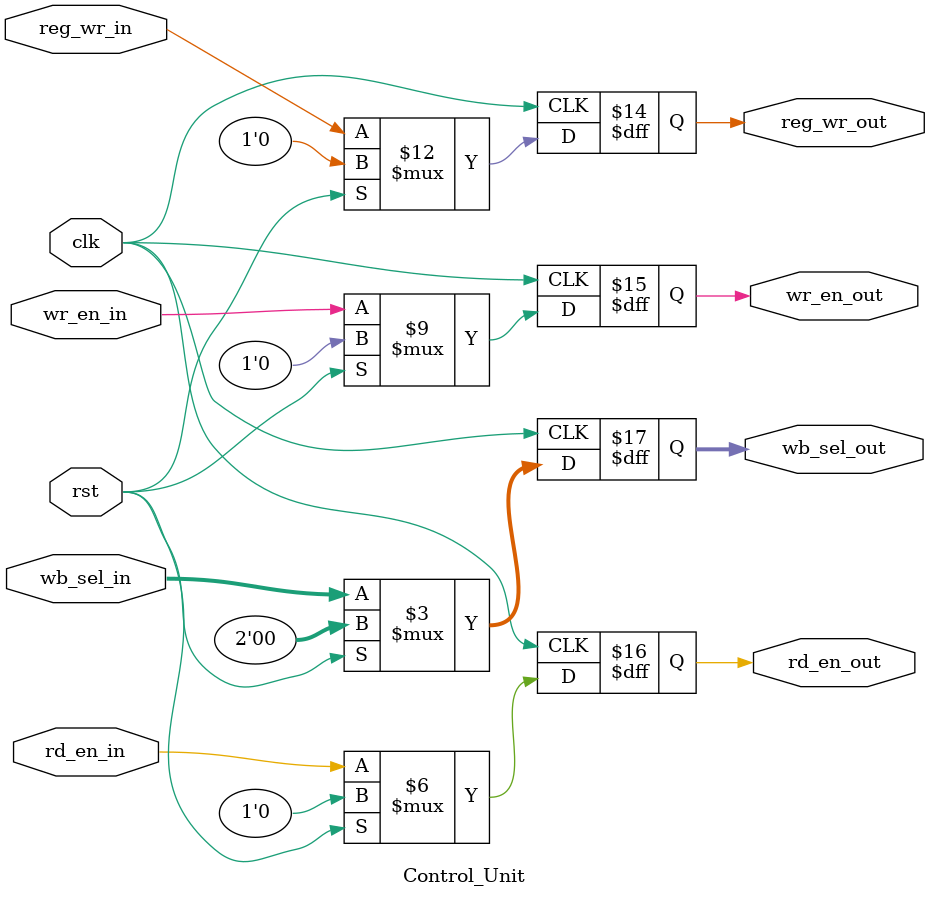
<source format=sv>
module Control_Unit(
	input logic clk, rst,
	input logic reg_wr_in, wr_en_in, rd_en_in,
	input logic [1:0] wb_sel_in,
	output logic reg_wr_out, wr_en_out, rd_en_out,
	output logic [1:0] wb_sel_out
);

	always_ff @ (posedge clk) begin
		if (rst) begin
			reg_wr_out <= 1'b0;
			wr_en_out <= 1'b0;
			rd_en_out <= 1'b0;
			wb_sel_out <= 2'b0;
		end
		else begin
			reg_wr_out <= reg_wr_in;
			wr_en_out <= wr_en_in;
			rd_en_out <= rd_en_in;
			wb_sel_out <= wb_sel_in;
		end
	end
	
endmodule
</source>
